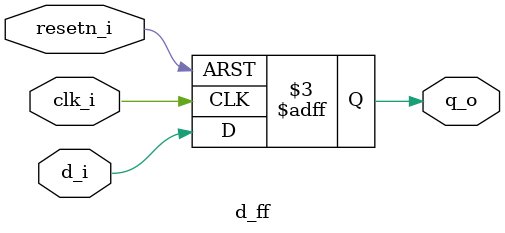
<source format=sv>
/*
*  D-Flip-flop 
*  Pedro Oliveira, 2022
*/

module d_ff(
    input  logic clk_i,
    input  logic resetn_i,
    input  logic d_i,
    output logic q_o
);

always_ff @(posedge clk_i or negedge resetn_i) begin
    if(~resetn_i) begin
        q_o <= 0;
    end
    else begin
        q_o <= d_i;
    end
end

endmodule
</source>
